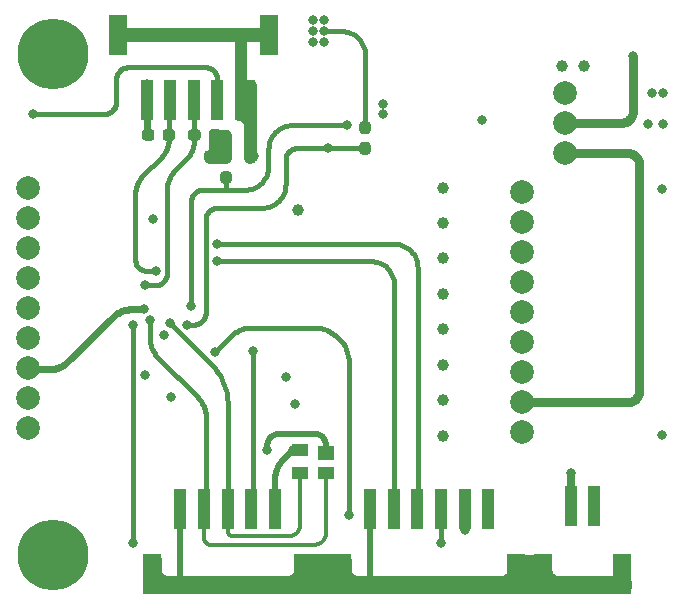
<source format=gbl>
%TF.GenerationSoftware,KiCad,Pcbnew,(5.1.8)-1*%
%TF.CreationDate,2021-02-13T13:26:23-08:00*%
%TF.ProjectId,20200103_8SBMS_A0,32303230-3031-4303-935f-3853424d535f,rev?*%
%TF.SameCoordinates,PXb061cf0PYa92e8c0*%
%TF.FileFunction,Copper,L4,Bot*%
%TF.FilePolarity,Positive*%
%FSLAX46Y46*%
G04 Gerber Fmt 4.6, Leading zero omitted, Abs format (unit mm)*
G04 Created by KiCad (PCBNEW (5.1.8)-1) date 2021-02-13 13:26:23*
%MOMM*%
%LPD*%
G01*
G04 APERTURE LIST*
%TA.AperFunction,SMDPad,CuDef*%
%ADD10R,1.500000X3.400000*%
%TD*%
%TA.AperFunction,SMDPad,CuDef*%
%ADD11R,1.000000X3.500000*%
%TD*%
%TA.AperFunction,SMDPad,CuDef*%
%ADD12R,1.600000X3.500000*%
%TD*%
%TA.AperFunction,ComponentPad*%
%ADD13C,2.000000*%
%TD*%
%TA.AperFunction,ComponentPad*%
%ADD14C,6.000000*%
%TD*%
%TA.AperFunction,SMDPad,CuDef*%
%ADD15R,1.400000X1.000000*%
%TD*%
%TA.AperFunction,SMDPad,CuDef*%
%ADD16R,1.400000X1.200000*%
%TD*%
%TA.AperFunction,ViaPad*%
%ADD17C,0.800000*%
%TD*%
%TA.AperFunction,ViaPad*%
%ADD18C,1.000000*%
%TD*%
%TA.AperFunction,Conductor*%
%ADD19C,0.500000*%
%TD*%
%TA.AperFunction,Conductor*%
%ADD20C,0.600000*%
%TD*%
%TA.AperFunction,Conductor*%
%ADD21C,0.450000*%
%TD*%
%TA.AperFunction,Conductor*%
%ADD22C,0.650000*%
%TD*%
%TA.AperFunction,Conductor*%
%ADD23C,0.550000*%
%TD*%
%TA.AperFunction,Conductor*%
%ADD24C,1.000000*%
%TD*%
%TA.AperFunction,Conductor*%
%ADD25C,1.200000*%
%TD*%
%TA.AperFunction,Conductor*%
%ADD26C,0.400000*%
%TD*%
%TA.AperFunction,Conductor*%
%ADD27C,0.800000*%
%TD*%
%TA.AperFunction,Conductor*%
%ADD28C,0.300000*%
%TD*%
%TA.AperFunction,Conductor*%
%ADD29C,0.254000*%
%TD*%
%TA.AperFunction,Conductor*%
%ADD30C,0.100000*%
%TD*%
G04 APERTURE END LIST*
D10*
X51750000Y2000000D03*
X45050000Y2000000D03*
D11*
X49400000Y7750000D03*
X47400000Y7750000D03*
X14350000Y7550000D03*
D12*
X11950000Y2050000D03*
X24750000Y2050000D03*
D11*
X16350000Y7550000D03*
X18350000Y7550000D03*
X20350000Y7550000D03*
X22350000Y7550000D03*
X30400000Y7550000D03*
X32400000Y7550000D03*
D12*
X28000000Y2050000D03*
X42800000Y2050000D03*
D11*
X34400000Y7550000D03*
X36400000Y7550000D03*
X38400000Y7550000D03*
X40400000Y7550000D03*
D13*
X1450000Y34710000D03*
X43250000Y34360000D03*
X43250000Y31820000D03*
X43250000Y29280000D03*
X43250000Y26740000D03*
X43250000Y14040000D03*
X43250000Y16580000D03*
X43250000Y19120000D03*
X43250000Y21660000D03*
X43250000Y24200000D03*
X1450000Y32170000D03*
X1450000Y29630000D03*
X1450000Y27090000D03*
X1450000Y14390000D03*
X1450000Y16930000D03*
X1450000Y19470000D03*
X1450000Y22010000D03*
X1450000Y24550000D03*
D14*
X3550000Y46050000D03*
X3550000Y3650000D03*
%TA.AperFunction,SMDPad,CuDef*%
G36*
G01*
X29737500Y38600000D02*
X30212500Y38600000D01*
G75*
G02*
X30450000Y38362500I0J-237500D01*
G01*
X30450000Y37787500D01*
G75*
G02*
X30212500Y37550000I-237500J0D01*
G01*
X29737500Y37550000D01*
G75*
G02*
X29500000Y37787500I0J237500D01*
G01*
X29500000Y38362500D01*
G75*
G02*
X29737500Y38600000I237500J0D01*
G01*
G37*
%TD.AperFunction*%
%TA.AperFunction,SMDPad,CuDef*%
G36*
G01*
X29737500Y40350000D02*
X30212500Y40350000D01*
G75*
G02*
X30450000Y40112500I0J-237500D01*
G01*
X30450000Y39537500D01*
G75*
G02*
X30212500Y39300000I-237500J0D01*
G01*
X29737500Y39300000D01*
G75*
G02*
X29500000Y39537500I0J237500D01*
G01*
X29500000Y40112500D01*
G75*
G02*
X29737500Y40350000I237500J0D01*
G01*
G37*
%TD.AperFunction*%
%TA.AperFunction,SMDPad,CuDef*%
G36*
G01*
X17962500Y37875000D02*
X18437500Y37875000D01*
G75*
G02*
X18675000Y37637500I0J-237500D01*
G01*
X18675000Y37062500D01*
G75*
G02*
X18437500Y36825000I-237500J0D01*
G01*
X17962500Y36825000D01*
G75*
G02*
X17725000Y37062500I0J237500D01*
G01*
X17725000Y37637500D01*
G75*
G02*
X17962500Y37875000I237500J0D01*
G01*
G37*
%TD.AperFunction*%
%TA.AperFunction,SMDPad,CuDef*%
G36*
G01*
X17962500Y36125000D02*
X18437500Y36125000D01*
G75*
G02*
X18675000Y35887500I0J-237500D01*
G01*
X18675000Y35312500D01*
G75*
G02*
X18437500Y35075000I-237500J0D01*
G01*
X17962500Y35075000D01*
G75*
G02*
X17725000Y35312500I0J237500D01*
G01*
X17725000Y35887500D01*
G75*
G02*
X17962500Y36125000I237500J0D01*
G01*
G37*
%TD.AperFunction*%
%TA.AperFunction,SMDPad,CuDef*%
G36*
G01*
X11100000Y38962500D02*
X11100000Y39437500D01*
G75*
G02*
X11337500Y39675000I237500J0D01*
G01*
X11912500Y39675000D01*
G75*
G02*
X12150000Y39437500I0J-237500D01*
G01*
X12150000Y38962500D01*
G75*
G02*
X11912500Y38725000I-237500J0D01*
G01*
X11337500Y38725000D01*
G75*
G02*
X11100000Y38962500I0J237500D01*
G01*
G37*
%TD.AperFunction*%
%TA.AperFunction,SMDPad,CuDef*%
G36*
G01*
X12850000Y38962500D02*
X12850000Y39437500D01*
G75*
G02*
X13087500Y39675000I237500J0D01*
G01*
X13662500Y39675000D01*
G75*
G02*
X13900000Y39437500I0J-237500D01*
G01*
X13900000Y38962500D01*
G75*
G02*
X13662500Y38725000I-237500J0D01*
G01*
X13087500Y38725000D01*
G75*
G02*
X12850000Y38962500I0J237500D01*
G01*
G37*
%TD.AperFunction*%
%TA.AperFunction,SMDPad,CuDef*%
G36*
G01*
X16050000Y39437500D02*
X16050000Y38962500D01*
G75*
G02*
X15812500Y38725000I-237500J0D01*
G01*
X15237500Y38725000D01*
G75*
G02*
X15000000Y38962500I0J237500D01*
G01*
X15000000Y39437500D01*
G75*
G02*
X15237500Y39675000I237500J0D01*
G01*
X15812500Y39675000D01*
G75*
G02*
X16050000Y39437500I0J-237500D01*
G01*
G37*
%TD.AperFunction*%
%TA.AperFunction,SMDPad,CuDef*%
G36*
G01*
X17800000Y39437500D02*
X17800000Y38962500D01*
G75*
G02*
X17562500Y38725000I-237500J0D01*
G01*
X16987500Y38725000D01*
G75*
G02*
X16750000Y38962500I0J237500D01*
G01*
X16750000Y39437500D01*
G75*
G02*
X16987500Y39675000I237500J0D01*
G01*
X17562500Y39675000D01*
G75*
G02*
X17800000Y39437500I0J-237500D01*
G01*
G37*
%TD.AperFunction*%
D15*
X24503200Y12496800D03*
X24503200Y10596800D03*
X26703200Y10596800D03*
D16*
X26703200Y12316800D03*
D13*
X46875000Y37685000D03*
X46875000Y40225000D03*
X46875000Y42765000D03*
D11*
X11475000Y42175000D03*
X13475000Y42175000D03*
X15475000Y42175000D03*
X17475000Y42175000D03*
D12*
X9075000Y47675000D03*
X21875000Y47675000D03*
D11*
X19475000Y42175000D03*
D17*
X16800000Y37300000D03*
X23850000Y12500006D03*
X11325000Y18900000D03*
X40400000Y8800000D03*
D18*
X11475000Y43400000D03*
D17*
X24025000Y16425000D03*
X25600000Y48000000D03*
X25600000Y48900000D03*
X26500000Y48000000D03*
X25600000Y47100000D03*
X26500000Y48900000D03*
X26525000Y47100000D03*
X55100000Y34600000D03*
X55100000Y13800000D03*
X53950000Y40175000D03*
X55225000Y40175000D03*
X31500000Y41850000D03*
D18*
X48475000Y45075000D03*
X46625000Y45075000D03*
X36600000Y13750000D03*
X36600000Y16750000D03*
X36600000Y19750000D03*
X36600000Y22750000D03*
X36600000Y25750000D03*
X36600000Y28750000D03*
X36600000Y31750000D03*
X36600000Y34750000D03*
X24275000Y32850000D03*
X20450000Y37450000D03*
D17*
X12950000Y22275000D03*
X23250000Y18675000D03*
X21700000Y12500000D03*
X39900000Y40450000D03*
X12000000Y32075000D03*
X13550000Y17050000D03*
X47400000Y10625000D03*
X31500000Y41000000D03*
X26400000Y900000D03*
X44000000Y800000D03*
X20450000Y20925000D03*
X13450000Y23300000D03*
X11750000Y23500000D03*
X14900000Y23150000D03*
X26800000Y38100000D03*
X15250000Y24700000D03*
X28475000Y40025000D03*
X11250000Y24450000D03*
X38400000Y5750000D03*
X10300000Y23100000D03*
X10300000Y4700000D03*
X36400000Y4700000D03*
X17475000Y28532612D03*
X17450000Y29975000D03*
X12249998Y27700000D03*
X11350000Y26499980D03*
X52650000Y45875000D03*
X55225000Y42775000D03*
X54250000Y42775000D03*
X17300000Y20850000D03*
X28600000Y7050000D03*
X1900000Y41000000D03*
X49400000Y9050000D03*
D19*
X23853206Y12496800D02*
X23850000Y12500006D01*
X24808000Y12496800D02*
X23853206Y12496800D01*
X23057106Y11707113D02*
X23850000Y12500006D01*
X23057106Y11707113D02*
X22975397Y11621294D01*
X22975397Y11621294D02*
X22897999Y11531568D01*
X22897999Y11531568D02*
X22825097Y11438153D01*
X22825097Y11438153D02*
X22756867Y11341272D01*
X22756867Y11341272D02*
X22693472Y11241161D01*
X22693472Y11241161D02*
X22635066Y11138059D01*
X22635066Y11138059D02*
X22581789Y11032216D01*
X22581789Y11032216D02*
X22533770Y10923886D01*
X22533770Y10923886D02*
X22491124Y10813331D01*
X22491124Y10813331D02*
X22453954Y10700816D01*
X22453954Y10700816D02*
X22422350Y10586613D01*
X22422350Y10586613D02*
X22396387Y10470996D01*
X22396387Y10470996D02*
X22376129Y10354245D01*
X22376129Y10354245D02*
X22361624Y10236641D01*
X22361624Y10236641D02*
X22352907Y10118466D01*
X22352907Y10118466D02*
X22350000Y10000006D01*
X22350000Y10000006D02*
X22350000Y7575000D01*
D20*
X11475000Y39350000D02*
X11625000Y39200000D01*
X11475000Y42175000D02*
X11475000Y39350000D01*
D21*
X29975000Y46000000D02*
X29975000Y39825000D01*
X29975000Y46000000D02*
X29965369Y46196035D01*
X29965369Y46196035D02*
X29936570Y46390181D01*
X29936570Y46390181D02*
X29888880Y46580570D01*
X29888880Y46580570D02*
X29822759Y46765367D01*
X29822759Y46765367D02*
X29738842Y46942794D01*
X29738842Y46942794D02*
X29637939Y47111141D01*
X29637939Y47111141D02*
X29521020Y47268787D01*
X29521020Y47268787D02*
X29389213Y47414214D01*
X29389213Y47414214D02*
X29243786Y47546021D01*
X29243786Y47546021D02*
X29086140Y47662940D01*
X29086140Y47662940D02*
X28917793Y47763843D01*
X28917793Y47763843D02*
X28740366Y47847760D01*
X28740366Y47847760D02*
X28555569Y47913881D01*
X28555569Y47913881D02*
X28365180Y47961571D01*
X28365180Y47961571D02*
X28171034Y47990370D01*
X28171034Y47990370D02*
X27975000Y48000000D01*
X27975000Y48000000D02*
X26500000Y48000000D01*
D19*
X25670000Y13919200D02*
X25768017Y13914385D01*
X25768017Y13914385D02*
X25865090Y13899986D01*
X25865090Y13899986D02*
X25960284Y13876141D01*
X25960284Y13876141D02*
X26052683Y13843080D01*
X26052683Y13843080D02*
X26141396Y13801122D01*
X26141396Y13801122D02*
X26225570Y13750670D01*
X26225570Y13750670D02*
X26304393Y13692211D01*
X26304393Y13692211D02*
X26377106Y13626307D01*
X26377106Y13626307D02*
X26443010Y13553594D01*
X26443010Y13553594D02*
X26501469Y13474771D01*
X26501469Y13474771D02*
X26551921Y13390597D01*
X26551921Y13390597D02*
X26593879Y13301884D01*
X26593879Y13301884D02*
X26626940Y13209485D01*
X26626940Y13209485D02*
X26650785Y13114291D01*
X26650785Y13114291D02*
X26665184Y13017218D01*
X26665184Y13017218D02*
X26670000Y12919200D01*
X26670000Y12919200D02*
X26670000Y12316800D01*
X21700000Y12919200D02*
X21700000Y12500000D01*
X21700000Y12919200D02*
X21704815Y13017218D01*
X21704815Y13017218D02*
X21719214Y13114291D01*
X21719214Y13114291D02*
X21743059Y13209485D01*
X21743059Y13209485D02*
X21776120Y13301884D01*
X21776120Y13301884D02*
X21818078Y13390597D01*
X21818078Y13390597D02*
X21868530Y13474771D01*
X21868530Y13474771D02*
X21926989Y13553594D01*
X21926989Y13553594D02*
X21992893Y13626307D01*
X21992893Y13626307D02*
X22065606Y13692211D01*
X22065606Y13692211D02*
X22144429Y13750670D01*
X22144429Y13750670D02*
X22228603Y13801122D01*
X22228603Y13801122D02*
X22317316Y13843080D01*
X22317316Y13843080D02*
X22409715Y13876141D01*
X22409715Y13876141D02*
X22504909Y13899986D01*
X22504909Y13899986D02*
X22601982Y13914385D01*
X22601982Y13914385D02*
X22700000Y13919200D01*
X22700000Y13919200D02*
X25670000Y13919200D01*
D22*
X47400000Y7850000D02*
X47400000Y10625000D01*
D23*
X30400000Y7550000D02*
X30400000Y950000D01*
X14350000Y7550000D02*
X14350000Y1050000D01*
D24*
X19475000Y42175000D02*
X19475000Y47650000D01*
D25*
X9075000Y47675000D02*
X21875000Y47675000D01*
D20*
X51750000Y2000000D02*
X51750000Y1300000D01*
D19*
X20250000Y7675000D02*
X20350000Y7575000D01*
D23*
X20450000Y7650000D02*
X20350000Y7550000D01*
D26*
X20450000Y20925000D02*
X20450000Y7650000D01*
D27*
X50060000Y37675000D02*
X50050000Y37685000D01*
X53175000Y17580000D02*
X53175000Y36675000D01*
X53170184Y17481983D02*
X53175000Y17580000D01*
X53155785Y17384910D02*
X53170184Y17481983D01*
X53131940Y17289716D02*
X53155785Y17384910D01*
X53098879Y17197317D02*
X53131940Y17289716D01*
X53056921Y17108604D02*
X53098879Y17197317D01*
X53006469Y17024430D02*
X53056921Y17108604D01*
X52948010Y16945607D02*
X53006469Y17024430D01*
X52882106Y16872894D02*
X52948010Y16945607D01*
X52809393Y16806990D02*
X52882106Y16872894D01*
X52730570Y16748531D02*
X52809393Y16806990D01*
X52646396Y16698079D02*
X52730570Y16748531D01*
X52557683Y16656121D02*
X52646396Y16698079D01*
X52465284Y16623060D02*
X52557683Y16656121D01*
X52370090Y16599215D02*
X52465284Y16623060D01*
X52273017Y16584816D02*
X52370090Y16599215D01*
X52175000Y16580000D02*
X52273017Y16584816D01*
X52175000Y16580000D02*
X43250000Y16580000D01*
X52175000Y37675000D02*
X50060000Y37675000D01*
X52273017Y37670185D02*
X52175000Y37675000D01*
X52370090Y37655786D02*
X52273017Y37670185D01*
X52465284Y37631941D02*
X52370090Y37655786D01*
X52557683Y37598880D02*
X52465284Y37631941D01*
X52646396Y37556922D02*
X52557683Y37598880D01*
X52730570Y37506470D02*
X52646396Y37556922D01*
X52809393Y37448011D02*
X52730570Y37506470D01*
X52882106Y37382107D02*
X52809393Y37448011D01*
X52948010Y37309394D02*
X52882106Y37382107D01*
X53006469Y37230571D02*
X52948010Y37309394D01*
X53056921Y37146397D02*
X53006469Y37230571D01*
X53098879Y37057684D02*
X53056921Y37146397D01*
X53131940Y36965285D02*
X53098879Y37057684D01*
X53155785Y36870091D02*
X53131940Y36965285D01*
X53170184Y36773018D02*
X53155785Y36870091D01*
X53175000Y36675000D02*
X53170184Y36773018D01*
X46885000Y37675000D02*
X46875000Y37685000D01*
X50060000Y37675000D02*
X46885000Y37675000D01*
D26*
X18350000Y16400000D02*
X18350000Y7575000D01*
X18350000Y16400000D02*
X18344183Y16636920D01*
X18344183Y16636920D02*
X18326749Y16873269D01*
X18326749Y16873269D02*
X18297739Y17108478D01*
X18297739Y17108478D02*
X18257223Y17341980D01*
X18257223Y17341980D02*
X18205298Y17573213D01*
X18205298Y17573213D02*
X18142089Y17801619D01*
X18142089Y17801619D02*
X18067749Y18026649D01*
X18067749Y18026649D02*
X17982457Y18247760D01*
X17982457Y18247760D02*
X17886419Y18464419D01*
X17886419Y18464419D02*
X17779865Y18676106D01*
X17779865Y18676106D02*
X17663052Y18882309D01*
X17663052Y18882309D02*
X17536263Y19082531D01*
X17536263Y19082531D02*
X17399801Y19276292D01*
X17399801Y19276292D02*
X17253997Y19463123D01*
X17253997Y19463123D02*
X17099201Y19642575D01*
X17099201Y19642575D02*
X16935786Y19814214D01*
X16935786Y19814214D02*
X13450000Y23300000D01*
D28*
X23601217Y5237216D02*
X23503200Y5232400D01*
X23698290Y5251615D02*
X23601217Y5237216D01*
X24503200Y10596800D02*
X24503200Y6232400D01*
X24503200Y6232400D02*
X24498384Y6134383D01*
X24498384Y6134383D02*
X24483985Y6037310D01*
X24276210Y5598007D02*
X24210306Y5525294D01*
X23885883Y5308521D02*
X23793484Y5275460D01*
X24460140Y5942116D02*
X24427079Y5849717D01*
X24427079Y5849717D02*
X24385121Y5761004D01*
X24334669Y5676830D02*
X24276210Y5598007D01*
X24210306Y5525294D02*
X24137593Y5459390D01*
X23793484Y5275460D02*
X23698290Y5251615D01*
X24137593Y5459390D02*
X24058770Y5400931D01*
X24483985Y6037310D02*
X24460140Y5942116D01*
X23974596Y5350479D02*
X23885883Y5308521D01*
X24385121Y5761004D02*
X24334669Y5676830D01*
X24058770Y5400931D02*
X23974596Y5350479D01*
X18850000Y5232400D02*
X23503200Y5232400D01*
X18850000Y5232400D02*
X18800991Y5234808D01*
X18800991Y5234808D02*
X18752454Y5242008D01*
X18752454Y5242008D02*
X18704857Y5253930D01*
X18704857Y5253930D02*
X18658658Y5270461D01*
X18658658Y5270461D02*
X18614301Y5291440D01*
X18614301Y5291440D02*
X18572214Y5316666D01*
X18572214Y5316666D02*
X18532803Y5345895D01*
X18532803Y5345895D02*
X18496446Y5378847D01*
X18496446Y5378847D02*
X18463494Y5415204D01*
X18463494Y5415204D02*
X18434265Y5454615D01*
X18434265Y5454615D02*
X18409039Y5496702D01*
X18409039Y5496702D02*
X18388060Y5541059D01*
X18388060Y5541059D02*
X18371529Y5587258D01*
X18371529Y5587258D02*
X18359607Y5634855D01*
X18359607Y5634855D02*
X18352407Y5683392D01*
X18352407Y5683392D02*
X18350000Y5732400D01*
X18350000Y5732400D02*
X18350000Y7550000D01*
X26703200Y5521200D02*
X26703200Y10596800D01*
X26703200Y5521200D02*
X26698384Y5423183D01*
X26698384Y5423183D02*
X26683985Y5326110D01*
X26683985Y5326110D02*
X26660140Y5230916D01*
X26660140Y5230916D02*
X26627079Y5138517D01*
X26627079Y5138517D02*
X26585121Y5049804D01*
X26585121Y5049804D02*
X26534669Y4965630D01*
X26534669Y4965630D02*
X26476210Y4886807D01*
X26476210Y4886807D02*
X26410306Y4814094D01*
X26410306Y4814094D02*
X26337593Y4748190D01*
X26337593Y4748190D02*
X26258770Y4689731D01*
X26258770Y4689731D02*
X26174596Y4639279D01*
X26174596Y4639279D02*
X26085883Y4597321D01*
X26085883Y4597321D02*
X25993484Y4564260D01*
X25993484Y4564260D02*
X25898290Y4540415D01*
X25898290Y4540415D02*
X25801217Y4526016D01*
X25801217Y4526016D02*
X25703200Y4521200D01*
X16357600Y5021200D02*
X16360007Y4972192D01*
X16360007Y4972192D02*
X16367207Y4923655D01*
X16367207Y4923655D02*
X16379129Y4876058D01*
X16379129Y4876058D02*
X16395660Y4829859D01*
X16395660Y4829859D02*
X16416639Y4785502D01*
X16416639Y4785502D02*
X16441865Y4743415D01*
X16441865Y4743415D02*
X16471094Y4704004D01*
X16471094Y4704004D02*
X16504046Y4667647D01*
X16504046Y4667647D02*
X16540403Y4634695D01*
X16540403Y4634695D02*
X16579814Y4605466D01*
X16579814Y4605466D02*
X16621901Y4580240D01*
X16621901Y4580240D02*
X16666258Y4559261D01*
X16666258Y4559261D02*
X16712457Y4542730D01*
X16712457Y4542730D02*
X16760054Y4530808D01*
X16760054Y4530808D02*
X16808591Y4523608D01*
X16808591Y4523608D02*
X16857600Y4521200D01*
X16857600Y4521200D02*
X25703200Y4521200D01*
D26*
X16450000Y7675000D02*
X16350000Y7575000D01*
X16500000Y7600000D02*
X16350000Y7450000D01*
X12457106Y20342894D02*
X12375398Y20428715D01*
X12375398Y20428715D02*
X12298000Y20518440D01*
X12298000Y20518440D02*
X12225098Y20611856D01*
X12225098Y20611856D02*
X12156867Y20708736D01*
X12156867Y20708736D02*
X12093472Y20808847D01*
X12093472Y20808847D02*
X12035066Y20911949D01*
X12035066Y20911949D02*
X11981789Y21017792D01*
X11981789Y21017792D02*
X11933770Y21126121D01*
X11933770Y21126121D02*
X11891124Y21236677D01*
X11891124Y21236677D02*
X11853954Y21349192D01*
X11853954Y21349192D02*
X11822350Y21463395D01*
X11822350Y21463395D02*
X11796387Y21579011D01*
X11796387Y21579011D02*
X11776129Y21695762D01*
X11776129Y21695762D02*
X11761624Y21813366D01*
X11761624Y21813366D02*
X11752907Y21931541D01*
X11752907Y21931541D02*
X11750000Y22050000D01*
X11750000Y22050000D02*
X11750000Y23500000D01*
X16500000Y15300000D02*
X16500000Y7600000D01*
X16500000Y15300000D02*
X16497091Y15418460D01*
X16497091Y15418460D02*
X16488374Y15536635D01*
X16488374Y15536635D02*
X16473869Y15654239D01*
X16473869Y15654239D02*
X16453611Y15770990D01*
X16453611Y15770990D02*
X16427649Y15886607D01*
X16427649Y15886607D02*
X16396044Y16000810D01*
X16396044Y16000810D02*
X16358874Y16113325D01*
X16358874Y16113325D02*
X16316228Y16223880D01*
X16316228Y16223880D02*
X16268209Y16332210D01*
X16268209Y16332210D02*
X16214932Y16438053D01*
X16214932Y16438053D02*
X16156526Y16541155D01*
X16156526Y16541155D02*
X16093131Y16641266D01*
X16093131Y16641266D02*
X16024900Y16738146D01*
X16024900Y16738146D02*
X15951998Y16831562D01*
X15951998Y16831562D02*
X15874600Y16921288D01*
X15874600Y16921288D02*
X15792893Y17007107D01*
X15792893Y17007107D02*
X12457106Y20342894D01*
D28*
X16357600Y7542400D02*
X16350000Y7550000D01*
X16357600Y5021200D02*
X16357600Y7542400D01*
D21*
X26425000Y38100000D02*
X30000000Y38100000D01*
X16470184Y24051983D02*
X16475000Y24150000D01*
X16455785Y23954910D02*
X16470184Y24051983D01*
X16431940Y23859716D02*
X16455785Y23954910D01*
X16398879Y23767317D02*
X16431940Y23859716D01*
X14900000Y23150000D02*
X15475000Y23150000D01*
X15475000Y23150000D02*
X15573017Y23154816D01*
X15573017Y23154816D02*
X15670090Y23169215D01*
X15670090Y23169215D02*
X15765284Y23193060D01*
X16306469Y23594430D02*
X16356921Y23678604D01*
X15765284Y23193060D02*
X15857683Y23226121D01*
X16248010Y23515607D02*
X16306469Y23594430D01*
X15946396Y23268079D02*
X16030570Y23318531D01*
X15857683Y23226121D02*
X15946396Y23268079D01*
X16030570Y23318531D02*
X16109393Y23376990D01*
X16109393Y23376990D02*
X16182106Y23442894D01*
X16182106Y23442894D02*
X16248010Y23515607D01*
X16356921Y23678604D02*
X16398879Y23767317D01*
X24250000Y38100000D02*
X26800000Y38100000D01*
X24250000Y38100000D02*
X24151982Y38095185D01*
X24151982Y38095185D02*
X24054909Y38080786D01*
X24054909Y38080786D02*
X23959715Y38056941D01*
X23959715Y38056941D02*
X23867316Y38023880D01*
X23867316Y38023880D02*
X23778603Y37981922D01*
X23778603Y37981922D02*
X23694429Y37931470D01*
X23694429Y37931470D02*
X23615606Y37873011D01*
X23615606Y37873011D02*
X23542893Y37807107D01*
X23542893Y37807107D02*
X23476989Y37734394D01*
X23476989Y37734394D02*
X23418530Y37655571D01*
X23418530Y37655571D02*
X23368078Y37571397D01*
X23368078Y37571397D02*
X23326120Y37482684D01*
X23326120Y37482684D02*
X23293059Y37390285D01*
X23293059Y37390285D02*
X23269214Y37295091D01*
X23269214Y37295091D02*
X23254815Y37198018D01*
X23254815Y37198018D02*
X23250000Y37100000D01*
X23250000Y35050000D02*
X23250000Y37100000D01*
X23250000Y35050000D02*
X23240369Y34853966D01*
X23240369Y34853966D02*
X23211570Y34659820D01*
X23211570Y34659820D02*
X23163880Y34469431D01*
X23163880Y34469431D02*
X23097759Y34284634D01*
X23097759Y34284634D02*
X23013842Y34107207D01*
X23013842Y34107207D02*
X22912939Y33938860D01*
X22912939Y33938860D02*
X22796020Y33781214D01*
X22796020Y33781214D02*
X22664213Y33635787D01*
X22664213Y33635787D02*
X22518786Y33503980D01*
X22518786Y33503980D02*
X22361140Y33387061D01*
X22361140Y33387061D02*
X22192793Y33286158D01*
X22192793Y33286158D02*
X22015366Y33202241D01*
X22015366Y33202241D02*
X21830569Y33136120D01*
X21830569Y33136120D02*
X21640180Y33088430D01*
X21640180Y33088430D02*
X21446034Y33059631D01*
X21446034Y33059631D02*
X21250000Y33050000D01*
X16475000Y32050000D02*
X16475000Y24150000D01*
X16475000Y32050000D02*
X16479815Y32148018D01*
X16479815Y32148018D02*
X16494214Y32245091D01*
X16494214Y32245091D02*
X16518059Y32340285D01*
X16518059Y32340285D02*
X16551120Y32432684D01*
X16551120Y32432684D02*
X16593078Y32521397D01*
X16593078Y32521397D02*
X16643530Y32605571D01*
X16643530Y32605571D02*
X16701989Y32684394D01*
X16701989Y32684394D02*
X16767893Y32757107D01*
X16767893Y32757107D02*
X16840606Y32823011D01*
X16840606Y32823011D02*
X16919429Y32881470D01*
X16919429Y32881470D02*
X17003603Y32931922D01*
X17003603Y32931922D02*
X17092316Y32973880D01*
X17092316Y32973880D02*
X17184715Y33006941D01*
X17184715Y33006941D02*
X17279909Y33030786D01*
X17279909Y33030786D02*
X17376982Y33045185D01*
X17376982Y33045185D02*
X17475000Y33050000D01*
X17475000Y33050000D02*
X21250000Y33050000D01*
D26*
X15250000Y33550000D02*
X15250000Y24700000D01*
X15250000Y33550000D02*
X15254815Y33648018D01*
X15254815Y33648018D02*
X15269214Y33745091D01*
X15269214Y33745091D02*
X15293059Y33840285D01*
X15293059Y33840285D02*
X15326120Y33932684D01*
X15326120Y33932684D02*
X15368078Y34021397D01*
X15368078Y34021397D02*
X15418530Y34105571D01*
X15418530Y34105571D02*
X15476989Y34184394D01*
X15476989Y34184394D02*
X15542893Y34257107D01*
X15542893Y34257107D02*
X15615606Y34323011D01*
X15615606Y34323011D02*
X15694429Y34381470D01*
X15694429Y34381470D02*
X15778603Y34431922D01*
X15778603Y34431922D02*
X15867316Y34473880D01*
X15867316Y34473880D02*
X15959715Y34506941D01*
X15959715Y34506941D02*
X16054909Y34530786D01*
X16054909Y34530786D02*
X16151982Y34545185D01*
X16151982Y34545185D02*
X16250000Y34550000D01*
X16250000Y34550000D02*
X18125000Y34550000D01*
X23800000Y40025000D02*
X28475000Y40025000D01*
X23603965Y40015370D02*
X23800000Y40025000D01*
X23409819Y39986571D02*
X23603965Y40015370D01*
X23219430Y39938881D02*
X23409819Y39986571D01*
X23034633Y39872760D02*
X23219430Y39938881D01*
X22857206Y39788843D02*
X23034633Y39872760D01*
X22688859Y39687940D02*
X22857206Y39788843D01*
X21346020Y35306214D02*
X21462939Y35463860D01*
X20911140Y34912061D02*
X21068786Y35028980D01*
X21214213Y35160787D02*
X21346020Y35306214D01*
X18200000Y34650000D02*
X18125000Y34575000D01*
X21068786Y35028980D02*
X21214213Y35160787D01*
X18125000Y34575000D02*
X19800000Y34575000D01*
X20565366Y34727241D02*
X20742793Y34811158D01*
X22137060Y39136141D02*
X22253979Y39293787D01*
X20190180Y34613430D02*
X20380569Y34661120D01*
X19996034Y34584631D02*
X20190180Y34613430D01*
X20742793Y34811158D02*
X20911140Y34912061D01*
X21761570Y36184820D02*
X21790369Y36378966D01*
X19800000Y34575000D02*
X19996034Y34584631D01*
X20380569Y34661120D02*
X20565366Y34727241D01*
X21713880Y35994431D02*
X21761570Y36184820D01*
X18200000Y35600000D02*
X18200000Y34650000D01*
X21563842Y35632207D02*
X21647759Y35809634D01*
X22531213Y39571021D02*
X22688859Y39687940D01*
X21647759Y35809634D02*
X21713880Y35994431D01*
X21790369Y36378966D02*
X21800000Y36575000D01*
X21800000Y36575000D02*
X21800000Y38025000D01*
X21800000Y38025000D02*
X21809630Y38221035D01*
X21809630Y38221035D02*
X21838429Y38415181D01*
X21838429Y38415181D02*
X21886119Y38605570D01*
X21462939Y35463860D02*
X21563842Y35632207D01*
X21886119Y38605570D02*
X21952240Y38790367D01*
X21952240Y38790367D02*
X22036157Y38967794D01*
X22036157Y38967794D02*
X22137060Y39136141D01*
X22253979Y39293787D02*
X22385786Y39439214D01*
X22385786Y39439214D02*
X22531213Y39571021D01*
D21*
X1570000Y19350000D02*
X1450000Y19470000D01*
X11150000Y24550000D02*
X11150000Y24350000D01*
D20*
X10250000Y24450000D02*
X11250000Y24450000D01*
X10250000Y24450000D02*
X10131540Y24447093D01*
X10131540Y24447093D02*
X10013365Y24438376D01*
X10013365Y24438376D02*
X9895761Y24423871D01*
X9895761Y24423871D02*
X9779010Y24403613D01*
X9779010Y24403613D02*
X9663393Y24377650D01*
X9663393Y24377650D02*
X9549190Y24346046D01*
X9549190Y24346046D02*
X9436675Y24308876D01*
X9436675Y24308876D02*
X9326120Y24266230D01*
X9326120Y24266230D02*
X9217790Y24218211D01*
X9217790Y24218211D02*
X9111947Y24164934D01*
X9111947Y24164934D02*
X9008846Y24106528D01*
X9008846Y24106528D02*
X8908734Y24043133D01*
X8908734Y24043133D02*
X8811854Y23974902D01*
X8811854Y23974902D02*
X8718438Y23902000D01*
X8718438Y23902000D02*
X8628713Y23824602D01*
X8628713Y23824602D02*
X8542893Y23742894D01*
X3150000Y19350000D02*
X1570000Y19350000D01*
X3150000Y19350000D02*
X3268459Y19352909D01*
X3268459Y19352909D02*
X3386634Y19361626D01*
X3386634Y19361626D02*
X3504238Y19376131D01*
X3504238Y19376131D02*
X3620989Y19396389D01*
X3620989Y19396389D02*
X3736605Y19422352D01*
X3736605Y19422352D02*
X3850808Y19453956D01*
X3850808Y19453956D02*
X3963323Y19491126D01*
X3963323Y19491126D02*
X4073879Y19533772D01*
X4073879Y19533772D02*
X4182208Y19581791D01*
X4182208Y19581791D02*
X4288051Y19635068D01*
X4288051Y19635068D02*
X4391153Y19693475D01*
X4391153Y19693475D02*
X4491264Y19756869D01*
X4491264Y19756869D02*
X4588144Y19825100D01*
X4588144Y19825100D02*
X4681559Y19898002D01*
X4681559Y19898002D02*
X4771285Y19975400D01*
X4771285Y19975400D02*
X4857106Y20057107D01*
X4857106Y20057107D02*
X8542893Y23742894D01*
D21*
X38400000Y7600000D02*
X38400000Y5750000D01*
X10300000Y23100000D02*
X10300000Y4700000D01*
X36400000Y4700000D02*
X36400000Y7600000D01*
X31996020Y27793787D02*
X31864213Y27939214D01*
X32450000Y7600000D02*
X32450000Y26525000D01*
X32450000Y26525000D02*
X32440369Y26721035D01*
X32440369Y26721035D02*
X32411570Y26915181D01*
X32297759Y27290367D02*
X32213842Y27467794D01*
X32411570Y26915181D02*
X32363880Y27105570D01*
X17582602Y28525000D02*
X17574990Y28532612D01*
X32363880Y27105570D02*
X32297759Y27290367D01*
X30450000Y28525000D02*
X17582602Y28525000D01*
X31864213Y27939214D02*
X31718786Y28071021D01*
X30646034Y28515370D02*
X30450000Y28525000D01*
X32213842Y27467794D02*
X32112939Y27636141D01*
X30840180Y28486571D02*
X30646034Y28515370D01*
X31030569Y28438881D02*
X30840180Y28486571D01*
X31215366Y28372760D02*
X31030569Y28438881D01*
X31392793Y28288843D02*
X31215366Y28372760D01*
X31718786Y28071021D02*
X31561140Y28187940D01*
X32112939Y27636141D02*
X31996020Y27793787D01*
X31561140Y28187940D02*
X31392793Y28288843D01*
X32425000Y29975000D02*
X17450000Y29975000D01*
X32425000Y29975000D02*
X32621034Y29965370D01*
X32621034Y29965370D02*
X32815180Y29936571D01*
X32815180Y29936571D02*
X33005569Y29888881D01*
X33005569Y29888881D02*
X33190366Y29822760D01*
X33190366Y29822760D02*
X33367793Y29738843D01*
X33367793Y29738843D02*
X33536140Y29637940D01*
X33536140Y29637940D02*
X33693786Y29521021D01*
X33693786Y29521021D02*
X33839213Y29389214D01*
X33839213Y29389214D02*
X33971020Y29243787D01*
X33971020Y29243787D02*
X34087939Y29086141D01*
X34087939Y29086141D02*
X34188842Y28917794D01*
X34188842Y28917794D02*
X34272759Y28740367D01*
X34272759Y28740367D02*
X34338880Y28555570D01*
X34338880Y28555570D02*
X34386570Y28365181D01*
X34386570Y28365181D02*
X34415369Y28171035D01*
X34415369Y28171035D02*
X34425000Y27975000D01*
X34425000Y27975000D02*
X34425000Y7600000D01*
D26*
X12250000Y27700002D02*
X12249998Y27700000D01*
X13450000Y39275000D02*
X13375000Y39200000D01*
X11500000Y27700000D02*
X12249998Y27700000D01*
X11207106Y35807107D02*
X12667893Y37267894D01*
X11125398Y35721287D02*
X11207106Y35807107D01*
X11048000Y35631562D02*
X11125398Y35721287D01*
X10975098Y35538146D02*
X11048000Y35631562D01*
X10906867Y35441266D02*
X10975098Y35538146D01*
X10843472Y35341154D02*
X10906867Y35441266D01*
X10785066Y35238053D02*
X10843472Y35341154D01*
X10731789Y35132210D02*
X10785066Y35238053D01*
X10683770Y35023880D02*
X10731789Y35132210D01*
X10641124Y34913325D02*
X10683770Y35023880D01*
X10603954Y34800810D02*
X10641124Y34913325D01*
X10572350Y34686607D02*
X10603954Y34800810D01*
X10546387Y34570990D02*
X10572350Y34686607D01*
X10526129Y34454239D02*
X10546387Y34570990D01*
X10511624Y34336635D02*
X10526129Y34454239D01*
X10502907Y34218460D02*
X10511624Y34336635D01*
X10500000Y34100000D02*
X10502907Y34218460D01*
X10500000Y34100000D02*
X10500000Y28700000D01*
X12749600Y37353715D02*
X12667893Y37267894D01*
X12826998Y37443441D02*
X12749600Y37353715D01*
X12899900Y37536856D02*
X12826998Y37443441D01*
X12968131Y37633736D02*
X12899900Y37536856D01*
X13031525Y37733847D02*
X12968131Y37633736D01*
X13089932Y37836949D02*
X13031525Y37733847D01*
X13143209Y37942792D02*
X13089932Y37836949D01*
X13191228Y38051121D02*
X13143209Y37942792D01*
X13233874Y38161677D02*
X13191228Y38051121D01*
X13271044Y38274192D02*
X13233874Y38161677D01*
X13302648Y38388395D02*
X13271044Y38274192D01*
X13328611Y38504011D02*
X13302648Y38388395D01*
X13348869Y38620762D02*
X13328611Y38504011D01*
X13363374Y38738366D02*
X13348869Y38620762D01*
X13372091Y38856541D02*
X13363374Y38738366D01*
X13375000Y38975000D02*
X13372091Y38856541D01*
X13375000Y38975000D02*
X13375000Y39200000D01*
X10504815Y28601983D02*
X10500000Y28700000D01*
X10519214Y28504910D02*
X10504815Y28601983D01*
X10543059Y28409716D02*
X10519214Y28504910D01*
X10576120Y28317317D02*
X10543059Y28409716D01*
X10618078Y28228604D02*
X10576120Y28317317D01*
X10668530Y28144430D02*
X10618078Y28228604D01*
X10726989Y28065607D02*
X10668530Y28144430D01*
X10792893Y27992894D02*
X10726989Y28065607D01*
X10865606Y27926990D02*
X10792893Y27992894D01*
X10944429Y27868531D02*
X10865606Y27926990D01*
X11028603Y27818079D02*
X10944429Y27868531D01*
X11117316Y27776121D02*
X11028603Y27818079D01*
X11209715Y27743060D02*
X11117316Y27776121D01*
X11304909Y27719215D02*
X11209715Y27743060D01*
X11401982Y27704816D02*
X11304909Y27719215D01*
X11500000Y27700000D02*
X11401982Y27704816D01*
X13375000Y42075000D02*
X13475000Y42175000D01*
X13375000Y39200000D02*
X13375000Y42075000D01*
X13907086Y36257087D02*
X14817893Y37167894D01*
X13825378Y36171267D02*
X13907086Y36257087D01*
X13747980Y36081542D02*
X13825378Y36171267D01*
X13675078Y35988126D02*
X13747980Y36081542D01*
X13606847Y35891246D02*
X13675078Y35988126D01*
X13543452Y35791134D02*
X13606847Y35891246D01*
X13485046Y35688033D02*
X13543452Y35791134D01*
X13431769Y35582190D02*
X13485046Y35688033D01*
X13383750Y35473860D02*
X13431769Y35582190D01*
X13341104Y35363305D02*
X13383750Y35473860D01*
X13303934Y35250790D02*
X13341104Y35363305D01*
X13272330Y35136587D02*
X13303934Y35250790D01*
X13246367Y35020970D02*
X13272330Y35136587D01*
X13226109Y34904219D02*
X13246367Y35020970D01*
X13211604Y34786615D02*
X13226109Y34904219D01*
X13202887Y34668440D02*
X13211604Y34786615D01*
X13199980Y34549980D02*
X13202887Y34668440D01*
X13199980Y34549980D02*
X13199980Y27499980D01*
X14899600Y37253715D02*
X14817893Y37167894D01*
X14976998Y37343441D02*
X14899600Y37253715D01*
X15049900Y37436856D02*
X14976998Y37343441D01*
X15118131Y37533736D02*
X15049900Y37436856D01*
X15181525Y37633847D02*
X15118131Y37533736D01*
X15239932Y37736949D02*
X15181525Y37633847D01*
X15293209Y37842792D02*
X15239932Y37736949D01*
X15341228Y37951121D02*
X15293209Y37842792D01*
X15383874Y38061677D02*
X15341228Y37951121D01*
X15421044Y38174192D02*
X15383874Y38061677D01*
X15452648Y38288395D02*
X15421044Y38174192D01*
X15478611Y38404011D02*
X15452648Y38288395D01*
X15498869Y38520762D02*
X15478611Y38404011D01*
X15513374Y38638366D02*
X15498869Y38520762D01*
X15522091Y38756541D02*
X15513374Y38638366D01*
X15525000Y38875000D02*
X15522091Y38756541D01*
X15525000Y38875000D02*
X15525000Y39200000D01*
X12972990Y26865587D02*
X13031449Y26944410D01*
X12834373Y26726970D02*
X12907086Y26792874D01*
X12755550Y26668511D02*
X12834373Y26726970D01*
X12907086Y26792874D02*
X12972990Y26865587D01*
X11350000Y26499980D02*
X12199980Y26499980D01*
X12582663Y26576101D02*
X12671376Y26618059D01*
X13195164Y27401963D02*
X13199980Y27499980D01*
X12671376Y26618059D02*
X12755550Y26668511D01*
X12199980Y26499980D02*
X12297997Y26504796D01*
X12297997Y26504796D02*
X12395070Y26519195D01*
X12490264Y26543040D02*
X12582663Y26576101D01*
X13180765Y27304890D02*
X13195164Y27401963D01*
X12395070Y26519195D02*
X12490264Y26543040D01*
X13031449Y26944410D02*
X13081901Y27028584D01*
X13081901Y27028584D02*
X13123859Y27117297D01*
X13123859Y27117297D02*
X13156920Y27209696D01*
X13156920Y27209696D02*
X13180765Y27304890D01*
X15450000Y39275000D02*
X15525000Y39200000D01*
X15525000Y42125000D02*
X15475000Y42175000D01*
X15525000Y39200000D02*
X15525000Y42125000D01*
D27*
X52650000Y41225000D02*
X52650000Y45875000D01*
X52645184Y41126983D02*
X52650000Y41225000D01*
X52630785Y41029910D02*
X52645184Y41126983D01*
X52606940Y40934716D02*
X52630785Y41029910D01*
X52573879Y40842317D02*
X52606940Y40934716D01*
X52531921Y40753604D02*
X52573879Y40842317D01*
X52481469Y40669430D02*
X52531921Y40753604D01*
X52423010Y40590607D02*
X52481469Y40669430D01*
X52357106Y40517894D02*
X52423010Y40590607D01*
X52284393Y40451990D02*
X52357106Y40517894D01*
X52205570Y40393531D02*
X52284393Y40451990D01*
X52121396Y40343079D02*
X52205570Y40393531D01*
X52032683Y40301121D02*
X52121396Y40343079D01*
X51940284Y40268060D02*
X52032683Y40301121D01*
X51845090Y40244215D02*
X51940284Y40268060D01*
X51748017Y40229816D02*
X51845090Y40244215D01*
X51650000Y40225000D02*
X51748017Y40229816D01*
X51650000Y40225000D02*
X50050000Y40225000D01*
X50050000Y40225000D02*
X46875000Y40225000D01*
D21*
X28600000Y19900000D02*
X28600000Y7050000D01*
X28585554Y20194052D02*
X28600000Y19900000D01*
X28542355Y20485271D02*
X28585554Y20194052D01*
X28470821Y20770855D02*
X28542355Y20485271D01*
X28371638Y21048051D02*
X28470821Y20770855D01*
X28245763Y21314191D02*
X28371638Y21048051D01*
X25600000Y22900000D02*
X25894051Y22885555D01*
X25894051Y22885555D02*
X26185270Y22842356D01*
X27014190Y22545764D02*
X27266710Y22394409D01*
X26185270Y22842356D02*
X26470854Y22770822D01*
X27919031Y21803180D02*
X28094408Y21566711D01*
X26470854Y22770822D02*
X26748050Y22671639D01*
X26748050Y22671639D02*
X27014190Y22545764D01*
X27266710Y22394409D02*
X27503179Y22219032D01*
X27503179Y22219032D02*
X27721320Y22021321D01*
X27721320Y22021321D02*
X27919031Y21803180D01*
X28094408Y21566711D02*
X28245763Y21314191D01*
X20350000Y22900000D02*
X25600000Y22900000D01*
X20350000Y22900000D02*
X20231540Y22897093D01*
X20231540Y22897093D02*
X20113365Y22888376D01*
X20113365Y22888376D02*
X19995761Y22873871D01*
X19995761Y22873871D02*
X19879010Y22853613D01*
X19879010Y22853613D02*
X19763393Y22827650D01*
X19763393Y22827650D02*
X19649190Y22796046D01*
X19649190Y22796046D02*
X19536675Y22758876D01*
X19536675Y22758876D02*
X19426120Y22716230D01*
X19426120Y22716230D02*
X19317790Y22668211D01*
X19317790Y22668211D02*
X19211947Y22614934D01*
X19211947Y22614934D02*
X19108846Y22556528D01*
X19108846Y22556528D02*
X19008734Y22493133D01*
X19008734Y22493133D02*
X18911854Y22424902D01*
X18911854Y22424902D02*
X18818438Y22352000D01*
X18818438Y22352000D02*
X18728713Y22274602D01*
X18728713Y22274602D02*
X18642893Y22192894D01*
X18642893Y22192894D02*
X17300000Y20850000D01*
D26*
X16475000Y44925000D02*
X16573017Y44920185D01*
X16573017Y44920185D02*
X16670090Y44905786D01*
X16670090Y44905786D02*
X16765284Y44881941D01*
X16765284Y44881941D02*
X16857683Y44848880D01*
X16857683Y44848880D02*
X16946396Y44806922D01*
X16946396Y44806922D02*
X17030570Y44756470D01*
X17030570Y44756470D02*
X17109393Y44698011D01*
X17109393Y44698011D02*
X17182106Y44632107D01*
X17182106Y44632107D02*
X17248010Y44559394D01*
X17248010Y44559394D02*
X17306469Y44480571D01*
X17306469Y44480571D02*
X17356921Y44396397D01*
X17356921Y44396397D02*
X17398879Y44307684D01*
X17398879Y44307684D02*
X17431940Y44215285D01*
X17431940Y44215285D02*
X17455785Y44120091D01*
X17455785Y44120091D02*
X17470184Y44023018D01*
X17470184Y44023018D02*
X17475000Y43925000D01*
X17475000Y43925000D02*
X17475000Y42175000D01*
X8900000Y43925000D02*
X8904815Y44023018D01*
X8904815Y44023018D02*
X8919214Y44120091D01*
X8919214Y44120091D02*
X8943059Y44215285D01*
X8943059Y44215285D02*
X8976120Y44307684D01*
X8976120Y44307684D02*
X9018078Y44396397D01*
X9018078Y44396397D02*
X9068530Y44480571D01*
X9068530Y44480571D02*
X9126989Y44559394D01*
X9126989Y44559394D02*
X9192893Y44632107D01*
X9192893Y44632107D02*
X9265606Y44698011D01*
X9265606Y44698011D02*
X9344429Y44756470D01*
X9344429Y44756470D02*
X9428603Y44806922D01*
X9428603Y44806922D02*
X9517316Y44848880D01*
X9517316Y44848880D02*
X9609715Y44881941D01*
X9609715Y44881941D02*
X9704909Y44905786D01*
X9704909Y44905786D02*
X9801982Y44920185D01*
X9801982Y44920185D02*
X9900000Y44925000D01*
X9900000Y44925000D02*
X16475000Y44925000D01*
X7900000Y41000000D02*
X1900000Y41000000D01*
X7900000Y41000000D02*
X7998017Y41004816D01*
X7998017Y41004816D02*
X8095090Y41019215D01*
X8095090Y41019215D02*
X8190284Y41043060D01*
X8190284Y41043060D02*
X8282683Y41076121D01*
X8282683Y41076121D02*
X8371396Y41118079D01*
X8371396Y41118079D02*
X8455570Y41168531D01*
X8455570Y41168531D02*
X8534393Y41226990D01*
X8534393Y41226990D02*
X8607106Y41292894D01*
X8607106Y41292894D02*
X8673010Y41365607D01*
X8673010Y41365607D02*
X8731469Y41444430D01*
X8731469Y41444430D02*
X8781921Y41528604D01*
X8781921Y41528604D02*
X8823879Y41617317D01*
X8823879Y41617317D02*
X8856940Y41709716D01*
X8856940Y41709716D02*
X8880785Y41804910D01*
X8880785Y41804910D02*
X8895184Y41901983D01*
X8895184Y41901983D02*
X8900000Y42000000D01*
X8900000Y42000000D02*
X8900000Y43925000D01*
D29*
X12346257Y3659231D02*
X12435955Y3622077D01*
X12512976Y3562976D01*
X12572077Y3485955D01*
X12609231Y3396257D01*
X12623000Y3291672D01*
X12623000Y2400000D01*
X12624086Y2383423D01*
X12641123Y2254013D01*
X12649704Y2221989D01*
X12699654Y2101399D01*
X12716232Y2072687D01*
X12795692Y1969134D01*
X12819134Y1945692D01*
X12922687Y1866232D01*
X12951399Y1849654D01*
X13071989Y1799704D01*
X13104013Y1791123D01*
X13233423Y1774086D01*
X13250000Y1773000D01*
X23450000Y1773000D01*
X23466577Y1774086D01*
X23595987Y1791123D01*
X23628011Y1799704D01*
X23748601Y1849654D01*
X23777313Y1866232D01*
X23880866Y1945692D01*
X23904308Y1969134D01*
X23983768Y2072687D01*
X24000346Y2101399D01*
X24050296Y2221989D01*
X24058877Y2254013D01*
X24075914Y2383423D01*
X24077000Y2400000D01*
X24077000Y3291672D01*
X24090769Y3396257D01*
X24127923Y3485955D01*
X24187024Y3562976D01*
X24264045Y3622077D01*
X24353743Y3659231D01*
X24458328Y3673000D01*
X28291672Y3673000D01*
X28396257Y3659231D01*
X28485955Y3622077D01*
X28562976Y3562976D01*
X28622077Y3485955D01*
X28659231Y3396257D01*
X28673000Y3291672D01*
X28673000Y2400000D01*
X28674086Y2383423D01*
X28691123Y2254013D01*
X28699704Y2221989D01*
X28749654Y2101399D01*
X28766232Y2072687D01*
X28845692Y1969134D01*
X28869134Y1945692D01*
X28972687Y1866232D01*
X29001399Y1849654D01*
X29121989Y1799704D01*
X29154013Y1791123D01*
X29283423Y1774086D01*
X29300000Y1773000D01*
X41500000Y1773000D01*
X41516577Y1774086D01*
X41645987Y1791123D01*
X41678011Y1799704D01*
X41798601Y1849654D01*
X41827313Y1866232D01*
X41930866Y1945692D01*
X41954308Y1969134D01*
X42033768Y2072687D01*
X42050346Y2101399D01*
X42100296Y2221989D01*
X42108877Y2254013D01*
X42125914Y2383423D01*
X42127000Y2400000D01*
X42127000Y3191672D01*
X42140769Y3296257D01*
X42177923Y3385955D01*
X42237024Y3462976D01*
X42314045Y3522077D01*
X42403743Y3559231D01*
X42508328Y3573000D01*
X45291672Y3573000D01*
X45396257Y3559231D01*
X45485955Y3522077D01*
X45562976Y3462976D01*
X45622077Y3385955D01*
X45659231Y3296257D01*
X45673000Y3191672D01*
X45673000Y2400000D01*
X45674086Y2383423D01*
X45691123Y2254013D01*
X45699704Y2221989D01*
X45749654Y2101399D01*
X45766232Y2072687D01*
X45845692Y1969134D01*
X45869134Y1945692D01*
X45972687Y1866232D01*
X46001399Y1849654D01*
X46121989Y1799704D01*
X46154013Y1791123D01*
X46283423Y1774086D01*
X46300000Y1773000D01*
X51991672Y1773000D01*
X52096257Y1759231D01*
X52185955Y1722077D01*
X52262976Y1662976D01*
X52322077Y1585955D01*
X52359231Y1496257D01*
X52373000Y1391672D01*
X52373000Y908328D01*
X52359231Y803743D01*
X52322077Y714045D01*
X52262976Y637024D01*
X52185955Y577923D01*
X52096257Y540769D01*
X51991672Y527000D01*
X11658328Y527000D01*
X11553743Y540769D01*
X11464045Y577923D01*
X11387024Y637024D01*
X11327923Y714045D01*
X11290769Y803743D01*
X11277000Y908328D01*
X11277000Y3291672D01*
X11290769Y3396257D01*
X11327923Y3485955D01*
X11387024Y3562976D01*
X11464045Y3622077D01*
X11553743Y3659231D01*
X11658328Y3673000D01*
X12241672Y3673000D01*
X12346257Y3659231D01*
%TA.AperFunction,Conductor*%
D30*
G36*
X12346257Y3659231D02*
G01*
X12435955Y3622077D01*
X12512976Y3562976D01*
X12572077Y3485955D01*
X12609231Y3396257D01*
X12623000Y3291672D01*
X12623000Y2400000D01*
X12624086Y2383423D01*
X12641123Y2254013D01*
X12649704Y2221989D01*
X12699654Y2101399D01*
X12716232Y2072687D01*
X12795692Y1969134D01*
X12819134Y1945692D01*
X12922687Y1866232D01*
X12951399Y1849654D01*
X13071989Y1799704D01*
X13104013Y1791123D01*
X13233423Y1774086D01*
X13250000Y1773000D01*
X23450000Y1773000D01*
X23466577Y1774086D01*
X23595987Y1791123D01*
X23628011Y1799704D01*
X23748601Y1849654D01*
X23777313Y1866232D01*
X23880866Y1945692D01*
X23904308Y1969134D01*
X23983768Y2072687D01*
X24000346Y2101399D01*
X24050296Y2221989D01*
X24058877Y2254013D01*
X24075914Y2383423D01*
X24077000Y2400000D01*
X24077000Y3291672D01*
X24090769Y3396257D01*
X24127923Y3485955D01*
X24187024Y3562976D01*
X24264045Y3622077D01*
X24353743Y3659231D01*
X24458328Y3673000D01*
X28291672Y3673000D01*
X28396257Y3659231D01*
X28485955Y3622077D01*
X28562976Y3562976D01*
X28622077Y3485955D01*
X28659231Y3396257D01*
X28673000Y3291672D01*
X28673000Y2400000D01*
X28674086Y2383423D01*
X28691123Y2254013D01*
X28699704Y2221989D01*
X28749654Y2101399D01*
X28766232Y2072687D01*
X28845692Y1969134D01*
X28869134Y1945692D01*
X28972687Y1866232D01*
X29001399Y1849654D01*
X29121989Y1799704D01*
X29154013Y1791123D01*
X29283423Y1774086D01*
X29300000Y1773000D01*
X41500000Y1773000D01*
X41516577Y1774086D01*
X41645987Y1791123D01*
X41678011Y1799704D01*
X41798601Y1849654D01*
X41827313Y1866232D01*
X41930866Y1945692D01*
X41954308Y1969134D01*
X42033768Y2072687D01*
X42050346Y2101399D01*
X42100296Y2221989D01*
X42108877Y2254013D01*
X42125914Y2383423D01*
X42127000Y2400000D01*
X42127000Y3191672D01*
X42140769Y3296257D01*
X42177923Y3385955D01*
X42237024Y3462976D01*
X42314045Y3522077D01*
X42403743Y3559231D01*
X42508328Y3573000D01*
X45291672Y3573000D01*
X45396257Y3559231D01*
X45485955Y3522077D01*
X45562976Y3462976D01*
X45622077Y3385955D01*
X45659231Y3296257D01*
X45673000Y3191672D01*
X45673000Y2400000D01*
X45674086Y2383423D01*
X45691123Y2254013D01*
X45699704Y2221989D01*
X45749654Y2101399D01*
X45766232Y2072687D01*
X45845692Y1969134D01*
X45869134Y1945692D01*
X45972687Y1866232D01*
X46001399Y1849654D01*
X46121989Y1799704D01*
X46154013Y1791123D01*
X46283423Y1774086D01*
X46300000Y1773000D01*
X51991672Y1773000D01*
X52096257Y1759231D01*
X52185955Y1722077D01*
X52262976Y1662976D01*
X52322077Y1585955D01*
X52359231Y1496257D01*
X52373000Y1391672D01*
X52373000Y908328D01*
X52359231Y803743D01*
X52322077Y714045D01*
X52262976Y637024D01*
X52185955Y577923D01*
X52096257Y540769D01*
X51991672Y527000D01*
X11658328Y527000D01*
X11553743Y540769D01*
X11464045Y577923D01*
X11387024Y637024D01*
X11327923Y714045D01*
X11290769Y803743D01*
X11277000Y908328D01*
X11277000Y3291672D01*
X11290769Y3396257D01*
X11327923Y3485955D01*
X11387024Y3562976D01*
X11464045Y3622077D01*
X11553743Y3659231D01*
X11658328Y3673000D01*
X12241672Y3673000D01*
X12346257Y3659231D01*
G37*
%TD.AperFunction*%
D29*
X18271257Y39534231D02*
X18360955Y39497077D01*
X18437976Y39437976D01*
X18497077Y39360955D01*
X18534231Y39271257D01*
X18548000Y39166672D01*
X18548000Y37333328D01*
X18534231Y37228743D01*
X18497077Y37139045D01*
X18437976Y37062024D01*
X18360955Y37002923D01*
X18271257Y36965769D01*
X18166672Y36952000D01*
X16783328Y36952000D01*
X16678743Y36965769D01*
X16589045Y37002923D01*
X16512024Y37062024D01*
X16452923Y37139045D01*
X16415769Y37228743D01*
X16402000Y37333328D01*
X16402000Y37606240D01*
X16412235Y37657694D01*
X16434294Y37690706D01*
X16467306Y37712765D01*
X16531027Y37725440D01*
X16619655Y37742991D01*
X16643486Y37750198D01*
X16665270Y37761794D01*
X16740612Y37811856D01*
X16759898Y37827601D01*
X16775620Y37846625D01*
X16826198Y37921623D01*
X16838028Y37943529D01*
X16845314Y37967109D01*
X16863493Y38055722D01*
X16866081Y38080375D01*
X16873539Y39169267D01*
X16887902Y39273307D01*
X16925353Y39362426D01*
X16984507Y39438882D01*
X17061365Y39497509D01*
X17150740Y39534351D01*
X17254875Y39548000D01*
X18166672Y39548000D01*
X18271257Y39534231D01*
%TA.AperFunction,Conductor*%
D30*
G36*
X18271257Y39534231D02*
G01*
X18360955Y39497077D01*
X18437976Y39437976D01*
X18497077Y39360955D01*
X18534231Y39271257D01*
X18548000Y39166672D01*
X18548000Y37333328D01*
X18534231Y37228743D01*
X18497077Y37139045D01*
X18437976Y37062024D01*
X18360955Y37002923D01*
X18271257Y36965769D01*
X18166672Y36952000D01*
X16783328Y36952000D01*
X16678743Y36965769D01*
X16589045Y37002923D01*
X16512024Y37062024D01*
X16452923Y37139045D01*
X16415769Y37228743D01*
X16402000Y37333328D01*
X16402000Y37606240D01*
X16412235Y37657694D01*
X16434294Y37690706D01*
X16467306Y37712765D01*
X16531027Y37725440D01*
X16619655Y37742991D01*
X16643486Y37750198D01*
X16665270Y37761794D01*
X16740612Y37811856D01*
X16759898Y37827601D01*
X16775620Y37846625D01*
X16826198Y37921623D01*
X16838028Y37943529D01*
X16845314Y37967109D01*
X16863493Y38055722D01*
X16866081Y38080375D01*
X16873539Y39169267D01*
X16887902Y39273307D01*
X16925353Y39362426D01*
X16984507Y39438882D01*
X17061365Y39497509D01*
X17150740Y39534351D01*
X17254875Y39548000D01*
X18166672Y39548000D01*
X18271257Y39534231D01*
G37*
%TD.AperFunction*%
D29*
X20371257Y43784231D02*
X20460955Y43747077D01*
X20537976Y43687976D01*
X20597077Y43610955D01*
X20634231Y43521257D01*
X20648000Y43416672D01*
X20648000Y37333328D01*
X20634231Y37228743D01*
X20597077Y37139045D01*
X20537976Y37062024D01*
X20460955Y37002923D01*
X20371257Y36965769D01*
X20266672Y36952000D01*
X20158328Y36952000D01*
X20053743Y36965769D01*
X19964045Y37002923D01*
X19887024Y37062024D01*
X19827923Y37139045D01*
X19790769Y37228743D01*
X19777000Y37333328D01*
X19777000Y40087500D01*
X19775436Y40107367D01*
X19758918Y40211660D01*
X19752632Y40235749D01*
X19746640Y40249450D01*
X19698701Y40343535D01*
X19685278Y40364503D01*
X19675346Y40375681D01*
X19600681Y40450346D01*
X19581435Y40466140D01*
X19568535Y40473701D01*
X19474450Y40521640D01*
X19451266Y40530714D01*
X19436660Y40533918D01*
X19247943Y40563807D01*
X19189703Y40593482D01*
X19143482Y40639703D01*
X19113807Y40697943D01*
X19102000Y40772492D01*
X19102000Y43416672D01*
X19115769Y43521257D01*
X19152923Y43610955D01*
X19212024Y43687976D01*
X19289045Y43747077D01*
X19378743Y43784231D01*
X19483328Y43798000D01*
X20266672Y43798000D01*
X20371257Y43784231D01*
%TA.AperFunction,Conductor*%
D30*
G36*
X20371257Y43784231D02*
G01*
X20460955Y43747077D01*
X20537976Y43687976D01*
X20597077Y43610955D01*
X20634231Y43521257D01*
X20648000Y43416672D01*
X20648000Y37333328D01*
X20634231Y37228743D01*
X20597077Y37139045D01*
X20537976Y37062024D01*
X20460955Y37002923D01*
X20371257Y36965769D01*
X20266672Y36952000D01*
X20158328Y36952000D01*
X20053743Y36965769D01*
X19964045Y37002923D01*
X19887024Y37062024D01*
X19827923Y37139045D01*
X19790769Y37228743D01*
X19777000Y37333328D01*
X19777000Y40087500D01*
X19775436Y40107367D01*
X19758918Y40211660D01*
X19752632Y40235749D01*
X19746640Y40249450D01*
X19698701Y40343535D01*
X19685278Y40364503D01*
X19675346Y40375681D01*
X19600681Y40450346D01*
X19581435Y40466140D01*
X19568535Y40473701D01*
X19474450Y40521640D01*
X19451266Y40530714D01*
X19436660Y40533918D01*
X19247943Y40563807D01*
X19189703Y40593482D01*
X19143482Y40639703D01*
X19113807Y40697943D01*
X19102000Y40772492D01*
X19102000Y43416672D01*
X19115769Y43521257D01*
X19152923Y43610955D01*
X19212024Y43687976D01*
X19289045Y43747077D01*
X19378743Y43784231D01*
X19483328Y43798000D01*
X20266672Y43798000D01*
X20371257Y43784231D01*
G37*
%TD.AperFunction*%
M02*

</source>
